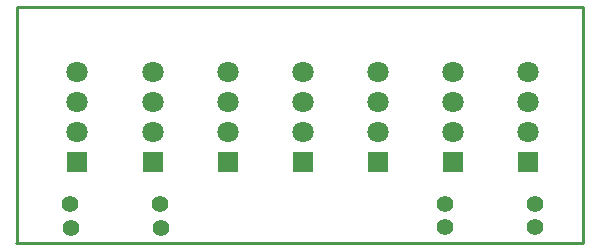
<source format=gtl>
G04*
G04 #@! TF.GenerationSoftware,Altium Limited,Altium Designer,19.0.15 (446)*
G04*
G04 Layer_Physical_Order=1*
G04 Layer_Color=255*
%FSLAX25Y25*%
%MOIN*%
G70*
G01*
G75*
%ADD11C,0.01000*%
%ADD15C,0.07087*%
%ADD16R,0.07087X0.07087*%
%ADD17C,0.05512*%
D11*
X362106Y391929D02*
Y470079D01*
X361811Y391634D02*
X362106Y391929D01*
X361811Y391634D02*
X550886D01*
X550886Y391634D01*
Y470079D01*
X362106D02*
X550886D01*
D15*
X507500Y448500D02*
D03*
Y438500D02*
D03*
Y428500D02*
D03*
X482500Y448500D02*
D03*
Y438500D02*
D03*
Y428500D02*
D03*
X457500Y448500D02*
D03*
Y438500D02*
D03*
Y428500D02*
D03*
X432500Y448500D02*
D03*
Y438500D02*
D03*
Y428500D02*
D03*
X407500Y448500D02*
D03*
Y438500D02*
D03*
Y428500D02*
D03*
X532677Y448500D02*
D03*
Y438500D02*
D03*
Y428500D02*
D03*
X382382Y448500D02*
D03*
Y438500D02*
D03*
Y428500D02*
D03*
D16*
X507500Y418500D02*
D03*
X482500D02*
D03*
X457500D02*
D03*
X432500D02*
D03*
X407500D02*
D03*
X532677D02*
D03*
X382382D02*
D03*
D17*
X504882Y404528D02*
D03*
X534882D02*
D03*
X410039Y404528D02*
D03*
X380039D02*
D03*
X505039Y396654D02*
D03*
X535039D02*
D03*
X410079Y396555D02*
D03*
X380079D02*
D03*
M02*

</source>
